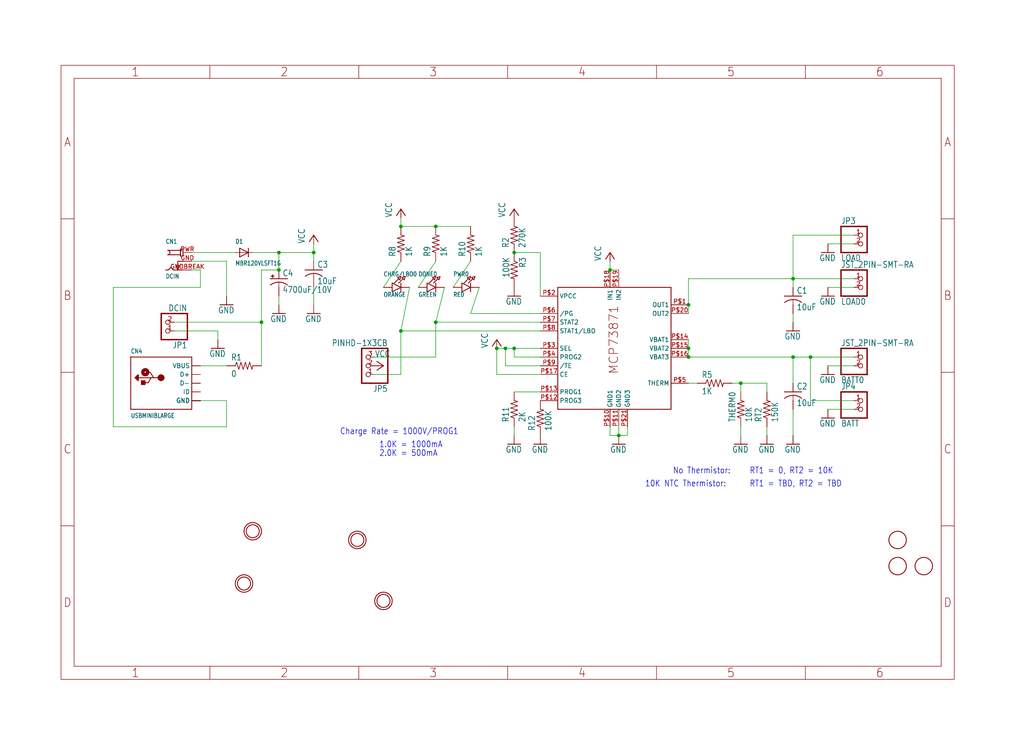
<source format=kicad_sch>
(kicad_sch (version 20211123) (generator eeschema)
  (paper "User" 298.45 217.881)
  (lib_symbols
    (symbol "eagleSchem-eagle-import:C-USC0805K"
      (property "Reference" "C" (at 1.016 0.635 0))
      (property "Value" "C-USC0805K" (at 1.016 -4.191 0))
      (symbol "C-USC0805K_1_0"
        (arc (start 0 -1.0161) (mid -1.302 -1.2303) (end -2.4668 -1.8504) (stroke (width 0.254)))
        (polyline (pts (xy -2.54 0) (xy 2.54 0)) (stroke (width 0.254)))
        (polyline (pts (xy 0 -1.016) (xy 0 -2.54)) (stroke (width 0.1524)))
        (arc (start 2.4892 -1.8542) (mid 1.3158 -1.2195) (end 0 -1) (stroke (width 0.254)))
        (pin passive line (at 0 2.54 270) (length 2.54) (name "1") (number "1"))
        (pin passive line (at 0 -5.08 90) (length 2.54) (name "2") (number "2"))
      )
    )
    (symbol "eagleSchem-eagle-import:CPOL-USE5-13"
      (property "Reference" "C" (at 1.016 0.635 0))
      (property "Value" "CPOL-USE5-13" (at 1.016 -4.191 0))
      (symbol "CPOL-USE5-13_1_0"
        (rectangle (start -2.253 0.668) (end -1.364 0.795) (fill (type outline)))
        (rectangle (start -1.872 0.287) (end -1.745 1.176) (fill (type outline)))
        (arc (start 0 -1.0161) (mid -1.3021 -1.2302) (end -2.4669 -1.8504) (stroke (width 0.254)))
        (polyline (pts (xy -2.54 0) (xy 2.54 0)) (stroke (width 0.254)))
        (polyline (pts (xy 0 -1.016) (xy 0 -2.54)) (stroke (width 0.1524)))
        (arc (start 2.4892 -1.8542) (mid 1.3158 -1.2195) (end 0 -1) (stroke (width 0.254)))
        (pin passive line (at 0 2.54 270) (length 2.54) (name "+") (number "+"))
        (pin passive line (at 0 -5.08 90) (length 2.54) (name "-") (number "-"))
      )
    )
    (symbol "eagleSchem-eagle-import:DCBARRELSMT"
      (property "Reference" "X" (at -5.08 5.08 0))
      (property "Value" "DCBARRELSMT" (at -5.08 -5.08 0))
      (symbol "DCBARRELSMT_1_0"
        (arc (start -4.445 1.905) (mid -3.81 2.54) (end -4.445 3.175) (stroke (width 0.254)))
        (polyline (pts (xy -5.08 -2.54) (xy -4.318 -2.54)) (stroke (width 0.254)))
        (polyline (pts (xy -4.318 -2.54) (xy -3.556 -1.778)) (stroke (width 0.254)))
        (polyline (pts (xy -3.556 -1.778) (xy -2.794 -2.54)) (stroke (width 0.254)))
        (polyline (pts (xy -2.032 -1.27) (xy -1.524 -1.27)) (stroke (width 0.254)))
        (polyline (pts (xy -1.524 -2.54) (xy -2.794 -2.54)) (stroke (width 0.254)))
        (polyline (pts (xy -1.524 -2.54) (xy -2.032 -1.27)) (stroke (width 0.254)))
        (polyline (pts (xy -1.524 -1.27) (xy -1.016 -1.27)) (stroke (width 0.254)))
        (polyline (pts (xy -1.524 0) (xy -1.524 -1.27)) (stroke (width 0.254)))
        (polyline (pts (xy -1.016 -1.27) (xy -1.524 -2.54)) (stroke (width 0.254)))
        (polyline (pts (xy -0.762 1.524) (xy -0.762 3.556)) (stroke (width 0.254)))
        (polyline (pts (xy -0.762 1.905) (xy -4.445 1.905)) (stroke (width 0.254)))
        (polyline (pts (xy -0.762 3.175) (xy -4.445 3.175)) (stroke (width 0.254)))
        (polyline (pts (xy -0.762 3.175) (xy -0.762 1.905)) (stroke (width 0.254)))
        (polyline (pts (xy -0.762 3.556) (xy 0 3.556)) (stroke (width 0.254)))
        (polyline (pts (xy 0 -2.54) (xy -1.524 -2.54)) (stroke (width 0.254)))
        (polyline (pts (xy 0 0) (xy -1.524 0)) (stroke (width 0.254)))
        (polyline (pts (xy 0 1.524) (xy -0.762 1.524)) (stroke (width 0.254)))
        (polyline (pts (xy 0 3.556) (xy 0 1.524)) (stroke (width 0.254)))
        (pin power_in line (at 2.54 0 180) (length 2.54) (name "GNDBREAK") (number "GND"))
        (pin power_in line (at 2.54 -2.54 180) (length 2.54) (name "GND") (number "GNDBREAK"))
        (pin power_in line (at 2.54 2.54 180) (length 2.54) (name "PWR") (number "PWR"))
      )
    )
    (symbol "eagleSchem-eagle-import:DIODESOD-123"
      (property "Reference" "D" (at -2.54 2.54 0))
      (property "Value" "DIODESOD-123" (at -2.54 -3.81 0))
      (symbol "DIODESOD-123_1_0"
        (polyline (pts (xy -1.27 -1.27) (xy 1.27 0)) (stroke (width 0.254)))
        (polyline (pts (xy -1.27 1.27) (xy -1.27 -1.27)) (stroke (width 0.254)))
        (polyline (pts (xy 1.27 0) (xy -1.27 1.27)) (stroke (width 0.254)))
        (polyline (pts (xy 1.27 0) (xy 1.27 -1.27)) (stroke (width 0.254)))
        (polyline (pts (xy 1.27 1.27) (xy 1.27 0)) (stroke (width 0.254)))
        (pin passive line (at -2.54 0 0) (length 2.54) (name "A") (number "A"))
        (pin passive line (at 2.54 0 180) (length 2.54) (name "C") (number "C"))
      )
    )
    (symbol "eagleSchem-eagle-import:FIDUCIAL"
      (symbol "FIDUCIAL_1_0"
        (circle (center 0 0) (radius 2.54) (stroke (width 0.254)))
      )
    )
    (symbol "eagleSchem-eagle-import:FRAME_A4"
      (symbol "FRAME_A4_0_0"
        (polyline (pts (xy 0 44.7675) (xy 3.81 44.7675)))
        (polyline (pts (xy 0 89.535) (xy 3.81 89.535)))
        (polyline (pts (xy 0 134.3025) (xy 3.81 134.3025)))
        (polyline (pts (xy 3.81 3.81) (xy 3.81 175.26)))
        (polyline (pts (xy 43.3917 0) (xy 43.3917 3.81)))
        (polyline (pts (xy 43.3917 175.26) (xy 43.3917 179.07)))
        (polyline (pts (xy 86.7833 0) (xy 86.7833 3.81)))
        (polyline (pts (xy 86.7833 175.26) (xy 86.7833 179.07)))
        (polyline (pts (xy 130.175 0) (xy 130.175 3.81)))
        (polyline (pts (xy 130.175 175.26) (xy 130.175 179.07)))
        (polyline (pts (xy 173.5667 0) (xy 173.5667 3.81)))
        (polyline (pts (xy 173.5667 175.26) (xy 173.5667 179.07)))
        (polyline (pts (xy 216.9583 0) (xy 216.9583 3.81)))
        (polyline (pts (xy 216.9583 175.26) (xy 216.9583 179.07)))
        (polyline (pts (xy 256.54 3.81) (xy 3.81 3.81)))
        (polyline (pts (xy 256.54 3.81) (xy 256.54 175.26)))
        (polyline (pts (xy 256.54 44.7675) (xy 260.35 44.7675)))
        (polyline (pts (xy 256.54 89.535) (xy 260.35 89.535)))
        (polyline (pts (xy 256.54 134.3025) (xy 260.35 134.3025)))
        (polyline (pts (xy 256.54 175.26) (xy 3.81 175.26)))
        (polyline (pts (xy 0 0) (xy 260.35 0) (xy 260.35 179.07) (xy 0 179.07) (xy 0 0)))
        (text "1" (at 21.6958 1.905 0) (effects (font (size 2.54 2.286))))
        (text "1" (at 21.6958 177.165 0) (effects (font (size 2.54 2.286))))
        (text "2" (at 65.0875 1.905 0) (effects (font (size 2.54 2.286))))
        (text "2" (at 65.0875 177.165 0) (effects (font (size 2.54 2.286))))
        (text "3" (at 108.4792 1.905 0) (effects (font (size 2.54 2.286))))
        (text "3" (at 108.4792 177.165 0) (effects (font (size 2.54 2.286))))
        (text "4" (at 151.8708 1.905 0) (effects (font (size 2.54 2.286))))
        (text "4" (at 151.8708 177.165 0) (effects (font (size 2.54 2.286))))
        (text "5" (at 195.2625 1.905 0) (effects (font (size 2.54 2.286))))
        (text "5" (at 195.2625 177.165 0) (effects (font (size 2.54 2.286))))
        (text "6" (at 238.6542 1.905 0) (effects (font (size 2.54 2.286))))
        (text "6" (at 238.6542 177.165 0) (effects (font (size 2.54 2.286))))
        (text "A" (at 1.905 156.6863 0) (effects (font (size 2.54 2.286))))
        (text "A" (at 258.445 156.6863 0) (effects (font (size 2.54 2.286))))
        (text "B" (at 1.905 111.9188 0) (effects (font (size 2.54 2.286))))
        (text "B" (at 258.445 111.9188 0) (effects (font (size 2.54 2.286))))
        (text "C" (at 1.905 67.1513 0) (effects (font (size 2.54 2.286))))
        (text "C" (at 258.445 67.1513 0) (effects (font (size 2.54 2.286))))
        (text "D" (at 1.905 22.3838 0) (effects (font (size 2.54 2.286))))
        (text "D" (at 258.445 22.3838 0) (effects (font (size 2.54 2.286))))
      )
      (symbol "FRAME_A4_1_0"
        (polyline (pts (xy 256.54 3.81) (xy 256.54 8.89)) (stroke (width 0.1016)))
        (polyline (pts (xy 256.54 8.89) (xy 256.54 13.97)) (stroke (width 0.1016)))
        (polyline (pts (xy 256.54 13.97) (xy 256.54 19.05)) (stroke (width 0.1016)))
        (polyline (pts (xy 256.54 19.05) (xy 256.54 36.83)) (stroke (width 0.1016)))
      )
      (symbol "FRAME_A4_2_0"
        (polyline (pts (xy 1.27 -6.35) (xy 1.27 0)) (stroke (width 0.1016)))
        (polyline (pts (xy 1.27 0) (xy 82.55 0)) (stroke (width 0.1016)))
        (polyline (pts (xy 82.55 -6.35) (xy 1.27 -6.35)) (stroke (width 0.1016)))
        (polyline (pts (xy 82.55 0) (xy 82.55 -6.35)) (stroke (width 0.1016)))
        (text "PART OR WHOLE IS STRICTLY PROHIBITED WITHOUT WRITTEN PERMISSION!" (at 3.81 -5.08 0) (effects (font (size 1.27 1.0795)) (justify left bottom)))
        (text "PROPRIETARY" (at 3.81 -10.16 0) (effects (font (size 2.54 2.159) (thickness 0.4318) bold) (justify left bottom)))
        (text "THIS DRAWING CONTAINS CONFIDENTIAL INFORMATION. ANY REPRODUCTION IN" (at 3.81 -2.794 0) (effects (font (size 1.27 1.0795)) (justify left bottom)))
      )
      (symbol "FRAME_A4_3_0"
        (polyline (pts (xy 0 1.27) (xy 20.32 1.27)) (stroke (width 0.6096)))
        (polyline (pts (xy 0 10.16) (xy 0 1.27)) (stroke (width 0.6096)))
        (polyline (pts (xy 0 10.16) (xy 20.32 10.16)) (stroke (width 0.3048)))
        (polyline (pts (xy 0 19.05) (xy 0 10.16)) (stroke (width 0.6096)))
        (polyline (pts (xy 0 19.05) (xy 20.32 19.05)) (stroke (width 0.3048)))
        (polyline (pts (xy 0 27.94) (xy 0 19.05)) (stroke (width 0.6096)))
        (polyline (pts (xy 0 27.94) (xy 20.32 27.94)) (stroke (width 0.3048)))
        (polyline (pts (xy 0 34.29) (xy 0 27.94)) (stroke (width 0.6096)))
        (polyline (pts (xy 20.32 1.27) (xy 20.32 6.35)) (stroke (width 0.3048)))
        (polyline (pts (xy 20.32 1.27) (xy 95.885 1.27)) (stroke (width 0.6096)))
        (polyline (pts (xy 20.32 6.35) (xy 20.32 10.16)) (stroke (width 0.3048)))
        (polyline (pts (xy 20.32 6.35) (xy 88.9 6.35)) (stroke (width 0.3048)))
        (polyline (pts (xy 20.32 10.16) (xy 20.32 19.05)) (stroke (width 0.3048)))
        (polyline (pts (xy 20.32 16.51) (xy 20.32 19.05)) (stroke (width 0.3048)))
        (polyline (pts (xy 20.32 19.05) (xy 20.32 27.94)) (stroke (width 0.3048)))
        (polyline (pts (xy 20.32 27.94) (xy 20.32 34.29)) (stroke (width 0.3048)))
        (polyline (pts (xy 20.32 27.94) (xy 65.0875 27.94)) (stroke (width 0.3048)))
        (polyline (pts (xy 20.32 34.29) (xy 0 34.29)) (stroke (width 0.6096)))
        (polyline (pts (xy 65.0875 27.94) (xy 106.045 27.94)) (stroke (width 0.3048)))
        (polyline (pts (xy 65.0875 34.29) (xy 20.32 34.29)) (stroke (width 0.6096)))
        (polyline (pts (xy 88.9 6.35) (xy 95.885 6.35)) (stroke (width 0.3048)))
        (polyline (pts (xy 88.9 16.51) (xy 20.32 16.51)) (stroke (width 0.3048)))
        (polyline (pts (xy 88.9 16.51) (xy 88.9 6.35)) (stroke (width 0.3048)))
        (polyline (pts (xy 95.885 1.27) (xy 121.92 1.27)) (stroke (width 0.6096)))
        (polyline (pts (xy 95.885 6.35) (xy 95.885 1.27)) (stroke (width 0.3048)))
        (polyline (pts (xy 95.885 6.35) (xy 121.92 6.35)) (stroke (width 0.3048)))
        (polyline (pts (xy 101.6 13.0175) (xy 102.5525 13.0175)) (stroke (width 0.254)))
        (polyline (pts (xy 106.045 27.94) (xy 106.045 34.29)) (stroke (width 0.3048)))
        (polyline (pts (xy 106.045 27.94) (xy 110.49 27.94)) (stroke (width 0.3048)))
        (polyline (pts (xy 106.045 34.29) (xy 65.0875 34.29)) (stroke (width 0.6096)))
        (polyline (pts (xy 110.49 16.51) (xy 88.9 16.51)) (stroke (width 0.3048)))
        (polyline (pts (xy 110.49 27.94) (xy 110.49 16.51)) (stroke (width 0.3048)))
        (polyline (pts (xy 110.49 27.94) (xy 113.03 27.94)) (stroke (width 0.3048)))
        (polyline (pts (xy 113.03 27.94) (xy 121.92 27.94)) (stroke (width 0.3048)))
        (polyline (pts (xy 113.03 34.29) (xy 106.045 34.29)) (stroke (width 0.6096)))
        (polyline (pts (xy 121.92 6.35) (xy 121.92 1.27)) (stroke (width 0.6096)))
        (polyline (pts (xy 121.92 16.51) (xy 110.49 16.51)) (stroke (width 0.3048)))
        (polyline (pts (xy 121.92 16.51) (xy 121.92 6.35)) (stroke (width 0.6096)))
        (polyline (pts (xy 121.92 27.94) (xy 121.92 16.51)) (stroke (width 0.6096)))
        (polyline (pts (xy 121.92 34.29) (xy 113.03 34.29)) (stroke (width 0.6096)))
        (polyline (pts (xy 121.92 34.29) (xy 121.92 27.94)) (stroke (width 0.6096)))
        (circle (center 109.5375 31.115) (radius 1.4199) (stroke (width 0.254)))
        (text "2013" (at 112.7125 30.1625 0) (effects (font (size 1.778 1.5113)) (justify left bottom)))
        (text ">CHECKED" (at 2.54 11.43 0) (effects (font (size 1.778 1.5113)) (justify left bottom)))
        (text ">COMPANY" (at 23.6538 29.3687 0) (effects (font (size 3.175 2.6987) (thickness 0.5397) bold) (justify left bottom)))
        (text ">DATE" (at 2.54 2.54 0) (effects (font (size 1.778 1.5113)) (justify left bottom)))
        (text ">DRAWING_NAME" (at 33.3375 2.54 0) (effects (font (size 2.54 2.159)) (justify left bottom)))
        (text ">DRAWN" (at 2.54 20.32 0) (effects (font (size 1.778 1.5113)) (justify left bottom)))
        (text ">DRGNO" (at 91.44 8.89 0) (effects (font (size 2.1844 1.8567)) (justify left bottom)))
        (text ">LAST_DATE_TIME" (at 33.02 8.89 0) (effects (font (size 2.54 2.159)) (justify left bottom)))
        (text ">REV" (at 114.3 18.415 0) (effects (font (size 3.81 3.2385)) (justify left bottom)))
        (text ">SHEET" (at 109.22 2.54 0) (effects (font (size 2.54 2.54)) (justify left bottom)))
        (text "C" (at 109.0612 30.48 0) (effects (font (size 1.27 1.0795)) (justify left bottom)))
        (text "CHECKED" (at 1.27 15.875 0) (effects (font (size 1.778 1.5113)) (justify left bottom)))
        (text "DATE" (at 1.27 6.985 0) (effects (font (size 1.778 1.5113)) (justify left bottom)))
        (text "DATE" (at 21.59 12.7 0) (effects (font (size 2.54 2.54)) (justify left bottom)))
        (text "DRAWN" (at 1.27 24.765 0) (effects (font (size 1.778 1.5113)) (justify left bottom)))
        (text "DRG" (at 90.17 12.7 0) (effects (font (size 2.54 2.54)) (justify left bottom)))
        (text "FILE:" (at 21.59 2.54 0) (effects (font (size 2.54 2.54)) (justify left bottom)))
        (text "ISSUE" (at 5.3975 30.1625 0) (effects (font (size 1.9304 1.6408)) (justify left bottom)))
        (text "N" (at 98.7425 12.7 0) (effects (font (size 2.54 2.54)) (justify left bottom)))
        (text "o" (at 101.2825 13.6525 0) (effects (font (size 2.1844 1.8567)) (justify left bottom)))
        (text "PAGE:" (at 97.155 2.54 0) (effects (font (size 2.54 2.54)) (justify left bottom)))
        (text "REV" (at 112.7125 24.13 0) (effects (font (size 2.54 2.54)) (justify left bottom)))
        (text "TITLE" (at 21.59 24.13 0) (effects (font (size 2.54 2.54)) (justify left bottom)))
      )
    )
    (symbol "eagleSchem-eagle-import:GND" (power)
      (property "Value" "GND" (at -2.54 -2.54 0))
      (symbol "GND_1_0"
        (polyline (pts (xy -1.905 0) (xy 1.905 0)) (stroke (width 0.254)))
        (pin power_in line (at 0 2.54 270) (length 2.54) (name "GND") (number "1"))
      )
    )
    (symbol "eagleSchem-eagle-import:HEADER-1X2"
      (property "Reference" "JP" (at -6.35 5.715 0))
      (property "Value" "HEADER-1X2" (at -6.35 -5.08 0))
      (symbol "HEADER-1X2_1_0"
        (polyline (pts (xy -6.35 -2.54) (xy 1.27 -2.54)) (stroke (width 0.4064)))
        (polyline (pts (xy -6.35 5.08) (xy -6.35 -2.54)) (stroke (width 0.4064)))
        (polyline (pts (xy 1.27 -2.54) (xy 1.27 5.08)) (stroke (width 0.4064)))
        (polyline (pts (xy 1.27 5.08) (xy -6.35 5.08)) (stroke (width 0.4064)))
        (pin passive inverted (at -2.54 2.54 0) (length 2.54) (name "1") (number "1"))
        (pin passive inverted (at -2.54 0 0) (length 2.54) (name "2") (number "2"))
      )
    )
    (symbol "eagleSchem-eagle-import:HEADER-1X2ROUND"
      (property "Reference" "JP" (at -6.35 5.715 0))
      (property "Value" "HEADER-1X2ROUND" (at -6.35 -5.08 0))
      (symbol "HEADER-1X2ROUND_1_0"
        (polyline (pts (xy -6.35 -2.54) (xy 1.27 -2.54)) (stroke (width 0.4064)))
        (polyline (pts (xy -6.35 5.08) (xy -6.35 -2.54)) (stroke (width 0.4064)))
        (polyline (pts (xy 1.27 -2.54) (xy 1.27 5.08)) (stroke (width 0.4064)))
        (polyline (pts (xy 1.27 5.08) (xy -6.35 5.08)) (stroke (width 0.4064)))
        (pin passive inverted (at -2.54 2.54 0) (length 2.54) (name "1") (number "1"))
        (pin passive inverted (at -2.54 0 0) (length 2.54) (name "2") (number "2"))
      )
    )
    (symbol "eagleSchem-eagle-import:JST_2PIN-SMT-RA"
      (property "Reference" "CN" (at -6.35 5.715 0))
      (property "Value" "JST_2PIN-SMT-RA" (at -6.35 -5.08 0))
      (symbol "JST_2PIN-SMT-RA_1_0"
        (polyline (pts (xy -6.35 -2.54) (xy 1.27 -2.54)) (stroke (width 0.4064)))
        (polyline (pts (xy -6.35 5.08) (xy -6.35 -2.54)) (stroke (width 0.4064)))
        (polyline (pts (xy 1.27 -2.54) (xy 1.27 5.08)) (stroke (width 0.4064)))
        (polyline (pts (xy 1.27 5.08) (xy -6.35 5.08)) (stroke (width 0.4064)))
        (pin passive inverted (at -2.54 0 0) (length 2.54) (name "2") (number "1"))
        (pin passive inverted (at -2.54 2.54 0) (length 2.54) (name "1") (number "2"))
      )
    )
    (symbol "eagleSchem-eagle-import:LED0805_NOOUTLINE"
      (property "Reference" "LED" (at -5.08 3.175 0))
      (property "Value" "LED0805_NOOUTLINE" (at -5.08 -2.794 0))
      (symbol "LED0805_NOOUTLINE_1_0"
        (polyline (pts (xy -2.54 -1.27) (xy 0 0)) (stroke (width 0.254)))
        (polyline (pts (xy -2.54 1.27) (xy -2.54 -1.27)) (stroke (width 0.254)))
        (polyline (pts (xy -1.905 1.27) (xy -0.635 2.54)) (stroke (width 0.254)))
        (polyline (pts (xy -0.9525 2.8575) (xy -0.3175 2.2225)) (stroke (width 0.254)))
        (polyline (pts (xy -0.635 1.27) (xy 0.635 2.54)) (stroke (width 0.254)))
        (polyline (pts (xy -0.3175 2.2225) (xy 0 3.175)) (stroke (width 0.254)))
        (polyline (pts (xy 0 0) (xy -2.54 1.27)) (stroke (width 0.254)))
        (polyline (pts (xy 0 0) (xy 0 -1.27)) (stroke (width 0.254)))
        (polyline (pts (xy 0 1.27) (xy 0 0)) (stroke (width 0.254)))
        (polyline (pts (xy 0 3.175) (xy -0.9525 2.8575)) (stroke (width 0.254)))
        (polyline (pts (xy 0.3175 2.8575) (xy 0.9525 2.2225)) (stroke (width 0.254)))
        (polyline (pts (xy 0.9525 2.2225) (xy 1.27 3.175)) (stroke (width 0.254)))
        (polyline (pts (xy 1.27 3.175) (xy 0.3175 2.8575)) (stroke (width 0.254)))
        (pin passive line (at -5.08 0 0) (length 2.54) (name "A") (number "A"))
        (pin passive line (at 2.54 0 180) (length 2.54) (name "C") (number "C"))
      )
    )
    (symbol "eagleSchem-eagle-import:MCP73871"
      (symbol "MCP73871_1_0"
        (polyline (pts (xy -15.24 -17.78) (xy -15.24 17.78)) (stroke (width 0.254)))
        (polyline (pts (xy -15.24 17.78) (xy 17.78 17.78)) (stroke (width 0.254)))
        (polyline (pts (xy 17.78 -17.78) (xy -15.24 -17.78)) (stroke (width 0.254)))
        (polyline (pts (xy 17.78 17.78) (xy 17.78 -17.78)) (stroke (width 0.254)))
        (text "MCP73871" (at 2.54 -7.62 900) (effects (font (size 2.54 2.54)) (justify left bottom)))
        (pin output line (at 22.86 12.7 180) (length 5.08) (name "OUT1") (number "P$1"))
        (pin power_in line (at 0 -22.86 90) (length 5.08) (name "GND1") (number "P$10"))
        (pin power_in line (at 2.54 -22.86 90) (length 5.08) (name "GND2") (number "P$11"))
        (pin input line (at -20.32 -15.24 0) (length 5.08) (name "PROG3") (number "P$12"))
        (pin input line (at -20.32 -12.7 0) (length 5.08) (name "PROG1") (number "P$13"))
        (pin output line (at 22.86 2.54 180) (length 5.08) (name "VBAT1") (number "P$14"))
        (pin output line (at 22.86 0 180) (length 5.08) (name "VBAT2") (number "P$15"))
        (pin output line (at 22.86 -2.54 180) (length 5.08) (name "VBAT3") (number "P$16"))
        (pin input line (at -20.32 -7.62 0) (length 5.08) (name "CE") (number "P$17"))
        (pin input line (at 0 22.86 270) (length 5.08) (name "IN1") (number "P$18"))
        (pin input line (at 2.54 22.86 270) (length 5.08) (name "IN2") (number "P$19"))
        (pin input line (at -20.32 15.24 0) (length 5.08) (name "VPCC") (number "P$2"))
        (pin output line (at 22.86 10.16 180) (length 5.08) (name "OUT2") (number "P$20"))
        (pin power_in line (at 5.08 -22.86 90) (length 5.08) (name "GND3") (number "P$21"))
        (pin input line (at -20.32 0 0) (length 5.08) (name "SEL") (number "P$3"))
        (pin input line (at -20.32 -2.54 0) (length 5.08) (name "PROG2") (number "P$4"))
        (pin input line (at 22.86 -10.16 180) (length 5.08) (name "THERM") (number "P$5"))
        (pin output line (at -20.32 10.16 0) (length 5.08) (name "/PG") (number "P$6"))
        (pin output line (at -20.32 7.62 0) (length 5.08) (name "STAT2") (number "P$7"))
        (pin output line (at -20.32 5.08 0) (length 5.08) (name "STAT1/LBO") (number "P$8"))
        (pin input line (at -20.32 -5.08 0) (length 5.08) (name "/TE") (number "P$9"))
      )
    )
    (symbol "eagleSchem-eagle-import:MOUNTINGHOLE2.5"
      (symbol "MOUNTINGHOLE2.5_1_0"
        (circle (center 0 0) (radius 1.905) (stroke (width 0.254)))
        (circle (center 0 0) (radius 2.54) (stroke (width 0.254)))
      )
    )
    (symbol "eagleSchem-eagle-import:PINHD-1X3CB"
      (property "Reference" "JP" (at -6.35 5.715 0))
      (property "Value" "PINHD-1X3CB" (at -6.35 -7.62 0))
      (symbol "PINHD-1X3CB_1_0"
        (polyline (pts (xy -6.35 -5.08) (xy 1.27 -5.08)) (stroke (width 0.4064)))
        (polyline (pts (xy -6.35 5.08) (xy -6.35 -5.08)) (stroke (width 0.4064)))
        (polyline (pts (xy 1.27 -5.08) (xy 1.27 5.08)) (stroke (width 0.4064)))
        (polyline (pts (xy 1.27 5.08) (xy -6.35 5.08)) (stroke (width 0.4064)))
        (pin passive inverted (at -2.54 2.54 0) (length 2.54) (name "1") (number "1"))
        (pin passive inverted (at -2.54 0 0) (length 2.54) (name "2") (number "2"))
        (pin passive inverted (at -2.54 -2.54 0) (length 2.54) (name "3") (number "3"))
      )
    )
    (symbol "eagleSchem-eagle-import:R-US_FLIPFLOP"
      (property "Reference" "R" (at -3.81 1.4986 0))
      (property "Value" "R-US_FLIPFLOP" (at -3.81 -3.302 0))
      (symbol "R-US_FLIPFLOP_1_0"
        (polyline (pts (xy -2.54 0) (xy -2.159 1.016)) (stroke (width 0.2032)))
        (polyline (pts (xy -2.159 1.016) (xy -1.524 -1.016)) (stroke (width 0.2032)))
        (polyline (pts (xy -1.524 -1.016) (xy -0.889 1.016)) (stroke (width 0.2032)))
        (polyline (pts (xy -0.889 1.016) (xy -0.254 -1.016)) (stroke (width 0.2032)))
        (polyline (pts (xy -0.254 -1.016) (xy 0.381 1.016)) (stroke (width 0.2032)))
        (polyline (pts (xy 0.381 1.016) (xy 1.016 -1.016)) (stroke (width 0.2032)))
        (polyline (pts (xy 1.016 -1.016) (xy 1.651 1.016)) (stroke (width 0.2032)))
        (polyline (pts (xy 1.651 1.016) (xy 2.286 -1.016)) (stroke (width 0.2032)))
        (polyline (pts (xy 2.286 -1.016) (xy 2.54 0)) (stroke (width 0.2032)))
        (pin passive line (at -5.08 0 0) (length 2.54) (name "1") (number "1"))
        (pin passive line (at 5.08 0 180) (length 2.54) (name "2") (number "2"))
      )
    )
    (symbol "eagleSchem-eagle-import:R-US_M0805"
      (property "Reference" "R" (at -3.81 1.4986 0))
      (property "Value" "R-US_M0805" (at -3.81 -3.302 0))
      (symbol "R-US_M0805_1_0"
        (polyline (pts (xy -2.54 0) (xy -2.159 1.016)) (stroke (width 0.2032)))
        (polyline (pts (xy -2.159 1.016) (xy -1.524 -1.016)) (stroke (width 0.2032)))
        (polyline (pts (xy -1.524 -1.016) (xy -0.889 1.016)) (stroke (width 0.2032)))
        (polyline (pts (xy -0.889 1.016) (xy -0.254 -1.016)) (stroke (width 0.2032)))
        (polyline (pts (xy -0.254 -1.016) (xy 0.381 1.016)) (stroke (width 0.2032)))
        (polyline (pts (xy 0.381 1.016) (xy 1.016 -1.016)) (stroke (width 0.2032)))
        (polyline (pts (xy 1.016 -1.016) (xy 1.651 1.016)) (stroke (width 0.2032)))
        (polyline (pts (xy 1.651 1.016) (xy 2.286 -1.016)) (stroke (width 0.2032)))
        (polyline (pts (xy 2.286 -1.016) (xy 2.54 0)) (stroke (width 0.2032)))
        (pin passive line (at -5.08 0 0) (length 2.54) (name "1") (number "1"))
        (pin passive line (at 5.08 0 180) (length 2.54) (name "2") (number "2"))
      )
    )
    (symbol "eagleSchem-eagle-import:R-US_R0805"
      (property "Reference" "R" (at -3.81 1.4986 0))
      (property "Value" "R-US_R0805" (at -3.81 -3.302 0))
      (symbol "R-US_R0805_1_0"
        (polyline (pts (xy -2.54 0) (xy -2.159 1.016)) (stroke (width 0.2032)))
        (polyline (pts (xy -2.159 1.016) (xy -1.524 -1.016)) (stroke (width 0.2032)))
        (polyline (pts (xy -1.524 -1.016) (xy -0.889 1.016)) (stroke (width 0.2032)))
        (polyline (pts (xy -0.889 1.016) (xy -0.254 -1.016)) (stroke (width 0.2032)))
        (polyline (pts (xy -0.254 -1.016) (xy 0.381 1.016)) (stroke (width 0.2032)))
        (polyline (pts (xy 0.381 1.016) (xy 1.016 -1.016)) (stroke (width 0.2032)))
        (polyline (pts (xy 1.016 -1.016) (xy 1.651 1.016)) (stroke (width 0.2032)))
        (polyline (pts (xy 1.651 1.016) (xy 2.286 -1.016)) (stroke (width 0.2032)))
        (polyline (pts (xy 2.286 -1.016) (xy 2.54 0)) (stroke (width 0.2032)))
        (pin passive line (at -5.08 0 0) (length 2.54) (name "1") (number "1"))
        (pin passive line (at 5.08 0 180) (length 2.54) (name "2") (number "2"))
      )
    )
    (symbol "eagleSchem-eagle-import:USBMINIBLARGE"
      (property "Reference" "X" (at -10.16 8.636 0))
      (property "Value" "USBMINIBLARGE" (at -10.16 -10.16 0))
      (symbol "USBMINIBLARGE_1_0"
        (rectangle (start -7.12 -0.45) (end -5.92 0.75) (fill (type outline)))
        (circle (center -5.92 3.2) (radius 0.2) (stroke (width 1)))
        (circle (center -1.32 1.6) (radius 0.5) (stroke (width 1)))
        (polyline (pts (xy -10.2 7.62) (xy -10.16 7.62)) (stroke (width 0.254)))
        (polyline (pts (xy -10.16 -7.62) (xy 7.62 -7.62)) (stroke (width 0.254)))
        (polyline (pts (xy -10.16 7.62) (xy -10.16 -7.62)) (stroke (width 0.254)))
        (polyline (pts (xy -10.16 7.62) (xy 7.62 7.62)) (stroke (width 0.254)))
        (polyline (pts (xy -8.92 1.6) (xy -8.12 2.4)) (stroke (width 0.254)))
        (polyline (pts (xy -8.52 1.4) (xy -8.32 1.2)) (stroke (width 0.254)))
        (polyline (pts (xy -8.52 1.6) (xy -8.52 1.4)) (stroke (width 0.254)))
        (polyline (pts (xy -8.32 1.2) (xy -8.32 2)) (stroke (width 0.254)))
        (polyline (pts (xy -8.32 2) (xy -8.72 1.6)) (stroke (width 0.254)))
        (polyline (pts (xy -8.12 0.8) (xy -8.92 1.6)) (stroke (width 0.254)))
        (polyline (pts (xy -8.12 1) (xy -8.12 2.4)) (stroke (width 0.254)))
        (polyline (pts (xy -8.12 2.4) (xy -7.92 2.4)) (stroke (width 0.254)))
        (polyline (pts (xy -7.92 0.8) (xy -8.12 0.8)) (stroke (width 0.254)))
        (polyline (pts (xy -7.92 1.6) (xy -7.92 0.8)) (stroke (width 0.254)))
        (polyline (pts (xy -7.92 2.4) (xy -7.92 1.6)) (stroke (width 0.254)))
        (polyline (pts (xy -6.27 0.15) (xy -5.07 0.15)) (stroke (width 0.254)))
        (polyline (pts (xy -5.52 3.2) (xy -4.52 3.2)) (stroke (width 0.254)))
        (polyline (pts (xy -5.07 0.15) (xy -4.22 1.6)) (stroke (width 0.254)))
        (polyline (pts (xy -4.52 3.2) (xy -3.47 1.6)) (stroke (width 0.254)))
        (polyline (pts (xy -4.22 1.6) (xy -7.92 1.6)) (stroke (width 0.254)))
        (polyline (pts (xy -3.47 1.6) (xy -4.22 1.6)) (stroke (width 0.254)))
        (polyline (pts (xy -1.32 1.6) (xy -3.47 1.6)) (stroke (width 0.254)))
        (polyline (pts (xy 7.62 7.62) (xy 7.62 -7.62)) (stroke (width 0.254)))
        (pin bidirectional line (at 10.16 2.54 180) (length 2.54) (name "D+") (number "D+"))
        (pin bidirectional line (at 10.16 0 180) (length 2.54) (name "D-") (number "D-"))
        (pin power_in line (at 10.16 -5.08 180) (length 2.54) (name "GND") (number "GND"))
        (pin power_in line (at 10.16 -5.08 180) (length 2.54) (name "GND") (number "GND1"))
        (pin power_in line (at 10.16 -5.08 180) (length 2.54) (name "GND") (number "GND2"))
        (pin power_in line (at 10.16 -5.08 180) (length 2.54) (name "GND") (number "GND3"))
        (pin power_in line (at 10.16 -5.08 180) (length 2.54) (name "GND") (number "GND4"))
        (pin bidirectional line (at 10.16 -2.54 180) (length 2.54) (name "ID") (number "ID"))
        (pin power_in line (at 10.16 5.08 180) (length 2.54) (name "VBUS") (number "VBUS"))
      )
    )
    (symbol "eagleSchem-eagle-import:VCC" (power)
      (property "Value" "VCC" (at -2.54 -2.54 90))
      (symbol "VCC_1_0"
        (polyline (pts (xy 0 0) (xy -1.27 -1.905)) (stroke (width 0.254)))
        (polyline (pts (xy 1.27 -1.905) (xy 0 0)) (stroke (width 0.254)))
        (pin power_in line (at 0 -2.54 90) (length 2.54) (name "VCC") (number "1"))
      )
    )
  )
  (junction (at 231.14 104.14))
  (junction (at 144.78 101.6))
  (junction (at 231.14 81.28))
  (junction (at 81.28 78.74))
  (junction (at 149.86 73.66))
  (junction (at 91.44 73.66))
  (junction (at 215.9 111.76))
  (junction (at 116.84 96.52))
  (junction (at 76.2 93.98))
  (junction (at 127 66.04))
  (junction (at 180.34 127))
  (junction (at 127 93.98))
  (junction (at 200.66 104.14))
  (junction (at 200.66 101.6))
  (junction (at 116.84 66.04))
  (junction (at 81.28 73.66))
  (junction (at 147.32 101.6))
  (junction (at 236.22 104.14))
  (junction (at 200.66 88.9))
  (junction (at 149.86 101.6))
  (junction (at 177.8 78.74))
  (wire (pts (xy 127 93.98) (xy 129.54 83.82)))
  (wire (pts (xy 147.32 106.68) (xy 147.32 101.6)))
  (wire (pts (xy 231.14 93.98) (xy 231.14 91.44)))
  (wire (pts (xy 58.42 116.84) (xy 66.04 116.84)))
  (wire (pts (xy 76.2 93.98) (xy 76.2 78.74)))
  (wire (pts (xy 223.52 111.76) (xy 223.52 114.3)))
  (wire (pts (xy 177.8 124.46) (xy 177.8 127)))
  (wire (pts (xy 91.44 83.82) (xy 91.44 88.9)))
  (wire (pts (xy 76.2 78.74) (xy 81.28 78.74)))
  (wire (pts (xy 200.66 104.14) (xy 231.14 104.14)))
  (wire (pts (xy 55.88 73.66) (xy 68.58 73.66)))
  (wire (pts (xy 132.08 83.82) (xy 137.16 76.2)))
  (wire (pts (xy 180.34 78.74) (xy 177.8 78.74)))
  (wire (pts (xy 200.66 99.06) (xy 200.66 101.6)))
  (wire (pts (xy 248.92 68.58) (xy 231.14 68.58)))
  (wire (pts (xy 157.48 101.6) (xy 149.86 101.6)))
  (wire (pts (xy 157.48 73.66) (xy 157.48 86.36)))
  (wire (pts (xy 116.84 63.5) (xy 116.84 66.04)))
  (wire (pts (xy 231.14 68.58) (xy 231.14 81.28)))
  (wire (pts (xy 116.84 76.2) (xy 111.76 83.82)))
  (wire (pts (xy 144.78 101.6) (xy 147.32 101.6)))
  (wire (pts (xy 215.9 111.76) (xy 223.52 111.76)))
  (wire (pts (xy 116.84 96.52) (xy 119.38 83.82)))
  (wire (pts (xy 127 93.98) (xy 127 104.14)))
  (wire (pts (xy 248.92 71.12) (xy 241.3 71.12)))
  (wire (pts (xy 149.86 73.66) (xy 157.48 73.66)))
  (wire (pts (xy 58.42 106.68) (xy 66.04 106.68)))
  (wire (pts (xy 33.02 124.46) (xy 33.02 83.82)))
  (wire (pts (xy 177.8 127) (xy 180.34 127)))
  (wire (pts (xy 109.22 109.22) (xy 116.84 109.22)))
  (wire (pts (xy 248.92 116.84) (xy 236.22 116.84)))
  (wire (pts (xy 200.66 111.76) (xy 203.2 111.76)))
  (wire (pts (xy 144.78 101.6) (xy 144.78 109.22)))
  (wire (pts (xy 147.32 106.68) (xy 157.48 106.68)))
  (wire (pts (xy 200.66 101.6) (xy 200.66 104.14)))
  (wire (pts (xy 157.48 96.52) (xy 116.84 96.52)))
  (wire (pts (xy 231.14 111.76) (xy 231.14 104.14)))
  (wire (pts (xy 200.66 81.28) (xy 231.14 81.28)))
  (wire (pts (xy 58.42 83.82) (xy 58.42 78.74)))
  (wire (pts (xy 248.92 119.38) (xy 241.3 119.38)))
  (wire (pts (xy 215.9 111.76) (xy 215.9 114.3)))
  (wire (pts (xy 236.22 104.14) (xy 248.92 104.14)))
  (wire (pts (xy 81.28 86.36) (xy 81.28 88.9)))
  (wire (pts (xy 66.04 76.2) (xy 66.04 86.36)))
  (wire (pts (xy 182.88 124.46) (xy 182.88 127)))
  (wire (pts (xy 144.78 109.22) (xy 157.48 109.22)))
  (wire (pts (xy 33.02 83.82) (xy 58.42 83.82)))
  (wire (pts (xy 231.14 83.82) (xy 231.14 81.28)))
  (wire (pts (xy 231.14 127) (xy 231.14 119.38)))
  (wire (pts (xy 149.86 104.14) (xy 157.48 104.14)))
  (wire (pts (xy 149.86 124.46) (xy 149.86 127)))
  (wire (pts (xy 73.66 73.66) (xy 81.28 73.66)))
  (wire (pts (xy 137.16 91.44) (xy 139.7 83.82)))
  (wire (pts (xy 236.22 116.84) (xy 236.22 104.14)))
  (wire (pts (xy 147.32 101.6) (xy 149.86 101.6)))
  (wire (pts (xy 55.88 76.2) (xy 66.04 76.2)))
  (wire (pts (xy 91.44 73.66) (xy 91.44 76.2)))
  (wire (pts (xy 157.48 93.98) (xy 127 93.98)))
  (wire (pts (xy 121.92 83.82) (xy 127 76.2)))
  (wire (pts (xy 66.04 124.46) (xy 33.02 124.46)))
  (wire (pts (xy 213.36 111.76) (xy 215.9 111.76)))
  (wire (pts (xy 63.5 96.52) (xy 63.5 99.06)))
  (wire (pts (xy 231.14 81.28) (xy 248.92 81.28)))
  (wire (pts (xy 223.52 124.46) (xy 223.52 127)))
  (wire (pts (xy 116.84 96.52) (xy 116.84 109.22)))
  (wire (pts (xy 241.3 83.82) (xy 248.92 83.82)))
  (wire (pts (xy 66.04 116.84) (xy 66.04 124.46)))
  (wire (pts (xy 81.28 73.66) (xy 81.28 78.74)))
  (wire (pts (xy 50.8 96.52) (xy 63.5 96.52)))
  (wire (pts (xy 157.48 114.3) (xy 149.86 114.3)))
  (wire (pts (xy 76.2 106.68) (xy 76.2 93.98)))
  (wire (pts (xy 127 66.04) (xy 137.16 66.04)))
  (wire (pts (xy 109.22 104.14) (xy 127 104.14)))
  (wire (pts (xy 180.34 124.46) (xy 180.34 127)))
  (wire (pts (xy 81.28 73.66) (xy 91.44 73.66)))
  (wire (pts (xy 215.9 124.46) (xy 215.9 127)))
  (wire (pts (xy 157.48 91.44) (xy 137.16 91.44)))
  (wire (pts (xy 200.66 91.44) (xy 200.66 88.9)))
  (wire (pts (xy 127 66.04) (xy 116.84 66.04)))
  (wire (pts (xy 58.42 78.74) (xy 55.88 78.74)))
  (wire (pts (xy 149.86 104.14) (xy 149.86 101.6)))
  (wire (pts (xy 231.14 104.14) (xy 236.22 104.14)))
  (wire (pts (xy 241.3 106.68) (xy 248.92 106.68)))
  (wire (pts (xy 91.44 73.66) (xy 91.44 71.12)))
  (wire (pts (xy 200.66 88.9) (xy 200.66 81.28)))
  (wire (pts (xy 177.8 76.2) (xy 177.8 78.74)))
  (wire (pts (xy 182.88 127) (xy 180.34 127)))
  (wire (pts (xy 50.8 93.98) (xy 76.2 93.98)))
  (text "10K NTC Thermistor:" (at 187.96 142.24 180) (effects (font (size 1.778 1.5113)) (justify left bottom)))
  (text "No Thermistor:" (at 196.088 138.43 180) (effects (font (size 1.778 1.5113)) (justify left bottom)))
  (text "1.0K = 1000mA" (at 110.49 130.81 180) (effects (font (size 1.778 1.5113)) (justify left bottom)))
  (text "RT1 = TBD, RT2 = TBD" (at 218.44 142.24 180) (effects (font (size 1.778 1.5113)) (justify left bottom)))
  (text "RT1 = 0, RT2 = 10K" (at 218.44 138.43 180) (effects (font (size 1.778 1.5113)) (justify left bottom)))
  (text "Charge Rate = 1000V/PROG1" (at 99.06 127 180) (effects (font (size 1.778 1.5113)) (justify left bottom)))
  (text "2.0K = 500mA" (at 110.49 133.35 180) (effects (font (size 1.778 1.5113)) (justify left bottom)))
  (symbol (lib_id "eagleSchem-eagle-import:GND") (at 231.14 96.52 0) (unit 1)
    (property "Reference" "#GND5" (effects hide))
    (property "Value" "GND" (at 228.6 99.06 0) (effects (font (size 1.778 1.5113)) (justify left bottom)))
    (property "Footprint" "eagleSchem:" (effects hide))
  )
  (symbol (lib_id "eagleSchem-eagle-import:MOUNTINGHOLE2.5") (at 71.12 170.18 0) (unit 1)
    (property "Reference" "U$6" (effects hide))
    (property "Value" "MOUNTINGHOLE2.5" (effects hide))
    (property "Footprint" "eagleSchem:MOUNTINGHOLE_2.5_PLATED" (effects hide))
  )
  (symbol (lib_id "eagleSchem-eagle-import:JST_2PIN-SMT-RA") (at 251.46 81.28 0) (mirror x) (unit 1)
    (property "Reference" "LOAD0" (at 245.11 86.995 0) (effects (font (size 1.778 1.5113)) (justify left bottom)))
    (property "Value" "JST_2PIN-SMT-RA" (at 245.11 76.2 0) (effects (font (size 1.778 1.5113)) (justify left bottom)))
    (property "Footprint" "eagleSchem:JST-PH-2-SMT-RA" (effects hide))
  )
  (symbol (lib_id "eagleSchem-eagle-import:FIDUCIAL") (at 261.62 157.48 0) (unit 1)
    (property "Reference" "U$8" (effects hide))
    (property "Value" "FIDUCIAL" (effects hide))
    (property "Footprint" "eagleSchem:FIDUCIAL_1MM" (effects hide))
  )
  (symbol (lib_id "eagleSchem-eagle-import:GND") (at 157.48 129.54 0) (unit 1)
    (property "Reference" "#GND10" (effects hide))
    (property "Value" "GND" (at 154.94 132.08 0) (effects (font (size 1.778 1.5113)) (justify left bottom)))
    (property "Footprint" "eagleSchem:" (effects hide))
  )
  (symbol (lib_id "eagleSchem-eagle-import:R-US_M0805") (at 208.28 111.76 0) (unit 1)
    (property "Reference" "R5" (at 204.47 110.2614 0) (effects (font (size 1.778 1.5113)) (justify left bottom)))
    (property "Value" "1K" (at 204.47 115.062 0) (effects (font (size 1.778 1.5113)) (justify left bottom)))
    (property "Footprint" "eagleSchem:M0805" (effects hide))
  )
  (symbol (lib_id "eagleSchem-eagle-import:C-USC0805K") (at 231.14 114.3 0) (unit 1)
    (property "Reference" "C2" (at 232.156 113.665 0) (effects (font (size 1.778 1.5113)) (justify left bottom)))
    (property "Value" "10uF" (at 232.156 118.491 0) (effects (font (size 1.778 1.5113)) (justify left bottom)))
    (property "Footprint" "eagleSchem:C0805K" (effects hide))
  )
  (symbol (lib_id "eagleSchem-eagle-import:CPOL-USE5-13") (at 81.28 81.28 0) (unit 1)
    (property "Reference" "C4" (at 82.296 80.645 0) (effects (font (size 1.778 1.5113)) (justify left bottom)))
    (property "Value" "4700uF/10V" (at 82.296 85.471 0) (effects (font (size 1.778 1.5113)) (justify left bottom)))
    (property "Footprint" "eagleSchem:E5-13" (effects hide))
  )
  (symbol (lib_id "eagleSchem-eagle-import:R-US_R0805") (at 127 71.12 90) (unit 1)
    (property "Reference" "R9" (at 125.5014 74.93 0) (effects (font (size 1.778 1.5113)) (justify left bottom)))
    (property "Value" "1K" (at 130.302 74.93 0) (effects (font (size 1.778 1.5113)) (justify left bottom)))
    (property "Footprint" "eagleSchem:R0805" (effects hide))
  )
  (symbol (lib_id "eagleSchem-eagle-import:HEADER-1X2ROUND") (at 251.46 71.12 0) (unit 1)
    (property "Reference" "JP3" (at 245.11 65.405 0) (effects (font (size 1.778 1.5113)) (justify left bottom)))
    (property "Value" "LOAD" (at 245.11 76.2 0) (effects (font (size 1.778 1.5113)) (justify left bottom)))
    (property "Footprint" "eagleSchem:1X02_ROUND" (effects hide))
  )
  (symbol (lib_id "eagleSchem-eagle-import:PINHD-1X3CB") (at 106.68 106.68 180) (unit 1)
    (property "Reference" "JP5" (at 113.03 112.395 0) (effects (font (size 1.778 1.5113)) (justify left bottom)))
    (property "Value" "PINHD-1X3CB" (at 113.03 99.06 0) (effects (font (size 1.778 1.5113)) (justify left bottom)))
    (property "Footprint" "eagleSchem:1X03-CLEANBIG" (effects hide))
  )
  (symbol (lib_id "eagleSchem-eagle-import:R-US_FLIPFLOP") (at 149.86 119.38 90) (unit 1)
    (property "Reference" "R11" (at 148.3614 123.19 0) (effects (font (size 1.778 1.5113)) (justify left bottom)))
    (property "Value" "2K" (at 153.162 123.19 0) (effects (font (size 1.778 1.5113)) (justify left bottom)))
    (property "Footprint" "eagleSchem:0805-THM" (effects hide))
  )
  (symbol (lib_id "eagleSchem-eagle-import:GND") (at 241.3 121.92 0) (unit 1)
    (property "Reference" "#GND16" (effects hide))
    (property "Value" "GND" (at 238.76 124.46 0) (effects (font (size 1.778 1.5113)) (justify left bottom)))
    (property "Footprint" "eagleSchem:" (effects hide))
  )
  (symbol (lib_id "eagleSchem-eagle-import:C-USC0805K") (at 91.44 78.74 0) (unit 1)
    (property "Reference" "C3" (at 92.456 78.105 0) (effects (font (size 1.778 1.5113)) (justify left bottom)))
    (property "Value" "10uF" (at 92.456 82.931 0) (effects (font (size 1.778 1.5113)) (justify left bottom)))
    (property "Footprint" "eagleSchem:C0805K" (effects hide))
  )
  (symbol (lib_id "eagleSchem-eagle-import:MOUNTINGHOLE2.5") (at 104.14 157.48 0) (unit 1)
    (property "Reference" "U$5" (effects hide))
    (property "Value" "MOUNTINGHOLE2.5" (effects hide))
    (property "Footprint" "eagleSchem:MOUNTINGHOLE_2.5_PLATED" (effects hide))
  )
  (symbol (lib_id "eagleSchem-eagle-import:R-US_R0805") (at 137.16 71.12 90) (unit 1)
    (property "Reference" "R10" (at 135.6614 74.93 0) (effects (font (size 1.778 1.5113)) (justify left bottom)))
    (property "Value" "1K" (at 140.462 74.93 0) (effects (font (size 1.778 1.5113)) (justify left bottom)))
    (property "Footprint" "eagleSchem:R0805" (effects hide))
  )
  (symbol (lib_id "eagleSchem-eagle-import:GND") (at 241.3 73.66 0) (unit 1)
    (property "Reference" "#GND17" (effects hide))
    (property "Value" "GND" (at 238.76 76.2 0) (effects (font (size 1.778 1.5113)) (justify left bottom)))
    (property "Footprint" "eagleSchem:" (effects hide))
  )
  (symbol (lib_id "eagleSchem-eagle-import:VCC") (at 91.44 68.58 0) (unit 1)
    (property "Reference" "#P+5" (effects hide))
    (property "Value" "VCC" (at 88.9 71.12 90) (effects (font (size 1.778 1.5113)) (justify left bottom)))
    (property "Footprint" "eagleSchem:" (effects hide))
  )
  (symbol (lib_id "eagleSchem-eagle-import:VCC") (at 149.86 60.96 0) (unit 1)
    (property "Reference" "#P+2" (effects hide))
    (property "Value" "VCC" (at 147.32 63.5 90) (effects (font (size 1.778 1.5113)) (justify left bottom)))
    (property "Footprint" "eagleSchem:" (effects hide))
  )
  (symbol (lib_id "eagleSchem-eagle-import:HEADER-1X2ROUND") (at 251.46 119.38 0) (unit 1)
    (property "Reference" "JP4" (at 245.11 113.665 0) (effects (font (size 1.778 1.5113)) (justify left bottom)))
    (property "Value" "BATT" (at 245.11 124.46 0) (effects (font (size 1.778 1.5113)) (justify left bottom)))
    (property "Footprint" "eagleSchem:1X02_ROUND" (effects hide))
  )
  (symbol (lib_id "eagleSchem-eagle-import:GND") (at 241.3 109.22 0) (unit 1)
    (property "Reference" "#GND6" (effects hide))
    (property "Value" "GND" (at 238.76 111.76 0) (effects (font (size 1.778 1.5113)) (justify left bottom)))
    (property "Footprint" "eagleSchem:" (effects hide))
  )
  (symbol (lib_id "eagleSchem-eagle-import:DIODESOD-123") (at 71.12 73.66 0) (unit 1)
    (property "Reference" "D1" (at 68.58 71.12 0) (effects (font (size 1.27 1.0795)) (justify left bottom)))
    (property "Value" "MBR120VLSFT1G" (at 68.58 77.47 0) (effects (font (size 1.27 1.0795)) (justify left bottom)))
    (property "Footprint" "eagleSchem:SOD-123" (effects hide))
  )
  (symbol (lib_id "eagleSchem-eagle-import:GND") (at 63.5 101.6 0) (unit 1)
    (property "Reference" "#GND8" (effects hide))
    (property "Value" "GND" (at 60.96 104.14 0) (effects (font (size 1.778 1.5113)) (justify left bottom)))
    (property "Footprint" "eagleSchem:" (effects hide))
  )
  (symbol (lib_id "eagleSchem-eagle-import:C-USC0805K") (at 231.14 86.36 0) (unit 1)
    (property "Reference" "C1" (at 232.156 85.725 0) (effects (font (size 1.778 1.5113)) (justify left bottom)))
    (property "Value" "10uF" (at 232.156 90.551 0) (effects (font (size 1.778 1.5113)) (justify left bottom)))
    (property "Footprint" "eagleSchem:C0805K" (effects hide))
  )
  (symbol (lib_id "eagleSchem-eagle-import:GND") (at 81.28 91.44 0) (unit 1)
    (property "Reference" "#GND13" (effects hide))
    (property "Value" "GND" (at 78.74 93.98 0) (effects (font (size 1.778 1.5113)) (justify left bottom)))
    (property "Footprint" "eagleSchem:" (effects hide))
  )
  (symbol (lib_id "eagleSchem-eagle-import:VCC") (at 116.84 60.96 0) (unit 1)
    (property "Reference" "#P+4" (effects hide))
    (property "Value" "VCC" (at 114.3 63.5 90) (effects (font (size 1.778 1.5113)) (justify left bottom)))
    (property "Footprint" "eagleSchem:" (effects hide))
  )
  (symbol (lib_id "eagleSchem-eagle-import:LED0805_NOOUTLINE") (at 127 83.82 0) (unit 1)
    (property "Reference" "DONE0" (at 121.92 80.645 0) (effects (font (size 1.27 1.0795)) (justify left bottom)))
    (property "Value" "GREEN" (at 121.92 86.614 0) (effects (font (size 1.27 1.0795)) (justify left bottom)))
    (property "Footprint" "eagleSchem:CHIPLED_0805_NOOUTLINE" (effects hide))
  )
  (symbol (lib_id "eagleSchem-eagle-import:R-US_FLIPFLOP") (at 215.9 119.38 90) (unit 1)
    (property "Reference" "THERM0" (at 214.4014 123.19 0) (effects (font (size 1.778 1.5113)) (justify left bottom)))
    (property "Value" "10K" (at 219.202 123.19 0) (effects (font (size 1.778 1.5113)) (justify left bottom)))
    (property "Footprint" "eagleSchem:0805-THM" (effects hide))
  )
  (symbol (lib_id "eagleSchem-eagle-import:R-US_R0805") (at 149.86 78.74 270) (unit 1)
    (property "Reference" "R3" (at 151.3586 74.93 0) (effects (font (size 1.778 1.5113)) (justify left bottom)))
    (property "Value" "100K" (at 146.558 74.93 0) (effects (font (size 1.778 1.5113)) (justify left bottom)))
    (property "Footprint" "eagleSchem:R0805" (effects hide))
  )
  (symbol (lib_id "eagleSchem-eagle-import:FIDUCIAL") (at 261.62 165.1 0) (unit 1)
    (property "Reference" "U$3" (effects hide))
    (property "Value" "FIDUCIAL" (effects hide))
    (property "Footprint" "eagleSchem:FIDUCIAL_1MM" (effects hide))
  )
  (symbol (lib_id "eagleSchem-eagle-import:GND") (at 91.44 91.44 0) (unit 1)
    (property "Reference" "#GND14" (effects hide))
    (property "Value" "GND" (at 88.9 93.98 0) (effects (font (size 1.778 1.5113)) (justify left bottom)))
    (property "Footprint" "eagleSchem:" (effects hide))
  )
  (symbol (lib_id "eagleSchem-eagle-import:R-US_R0805") (at 149.86 68.58 90) (unit 1)
    (property "Reference" "R2" (at 148.3614 72.39 0) (effects (font (size 1.778 1.5113)) (justify left bottom)))
    (property "Value" "270K" (at 153.162 72.39 0) (effects (font (size 1.778 1.5113)) (justify left bottom)))
    (property "Footprint" "eagleSchem:R0805" (effects hide))
  )
  (symbol (lib_id "eagleSchem-eagle-import:JST_2PIN-SMT-RA") (at 251.46 104.14 0) (mirror x) (unit 1)
    (property "Reference" "BATT0" (at 245.11 109.855 0) (effects (font (size 1.778 1.5113)) (justify left bottom)))
    (property "Value" "JST_2PIN-SMT-RA" (at 245.11 99.06 0) (effects (font (size 1.778 1.5113)) (justify left bottom)))
    (property "Footprint" "eagleSchem:JST-PH-2-SMT-RA" (effects hide))
  )
  (symbol (lib_id "eagleSchem-eagle-import:GND") (at 231.14 129.54 0) (unit 1)
    (property "Reference" "#GND4" (effects hide))
    (property "Value" "GND" (at 228.6 132.08 0) (effects (font (size 1.778 1.5113)) (justify left bottom)))
    (property "Footprint" "eagleSchem:" (effects hide))
  )
  (symbol (lib_id "eagleSchem-eagle-import:GND") (at 149.86 86.36 0) (unit 1)
    (property "Reference" "#GND2" (effects hide))
    (property "Value" "GND" (at 147.32 88.9 0) (effects (font (size 1.778 1.5113)) (justify left bottom)))
    (property "Footprint" "eagleSchem:" (effects hide))
  )
  (symbol (lib_id "eagleSchem-eagle-import:USBMINIBLARGE") (at 48.26 111.76 0) (unit 1)
    (property "Reference" "CN4" (at 38.1 103.124 0) (effects (font (size 1.27 1.0795)) (justify left bottom)))
    (property "Value" "USBMINIBLARGE" (at 38.1 121.92 0) (effects (font (size 1.27 1.0795)) (justify left bottom)))
    (property "Footprint" "eagleSchem:USB-MINIB_LARGER" (effects hide))
  )
  (symbol (lib_id "eagleSchem-eagle-import:R-US_R0805") (at 157.48 121.92 90) (unit 1)
    (property "Reference" "R12" (at 155.9814 125.73 0) (effects (font (size 1.778 1.5113)) (justify left bottom)))
    (property "Value" "100K" (at 160.782 125.73 0) (effects (font (size 1.778 1.5113)) (justify left bottom)))
    (property "Footprint" "eagleSchem:R0805" (effects hide))
  )
  (symbol (lib_id "eagleSchem-eagle-import:R-US_R0805") (at 71.12 106.68 0) (unit 1)
    (property "Reference" "R1" (at 67.31 105.1814 0) (effects (font (size 1.778 1.5113)) (justify left bottom)))
    (property "Value" "0" (at 67.31 109.982 0) (effects (font (size 1.778 1.5113)) (justify left bottom)))
    (property "Footprint" "eagleSchem:R0805" (effects hide))
  )
  (symbol (lib_id "eagleSchem-eagle-import:VCC") (at 111.76 106.68 270) (unit 1)
    (property "Reference" "#P+6" (effects hide))
    (property "Value" "VCC" (at 109.22 104.14 90) (effects (font (size 1.778 1.5113)) (justify left bottom)))
    (property "Footprint" "eagleSchem:" (effects hide))
  )
  (symbol (lib_id "eagleSchem-eagle-import:R-US_M0805") (at 223.52 119.38 90) (unit 1)
    (property "Reference" "RT2" (at 222.0214 123.19 0) (effects (font (size 1.778 1.5113)) (justify left bottom)))
    (property "Value" "150K" (at 226.822 123.19 0) (effects (font (size 1.778 1.5113)) (justify left bottom)))
    (property "Footprint" "eagleSchem:M0805" (effects hide))
  )
  (symbol (lib_id "eagleSchem-eagle-import:HEADER-1X2") (at 48.26 93.98 180) (unit 1)
    (property "Reference" "JP1" (at 54.61 99.695 0) (effects (font (size 1.778 1.5113)) (justify left bottom)))
    (property "Value" "DCIN" (at 54.61 88.9 0) (effects (font (size 1.778 1.5113)) (justify left bottom)))
    (property "Footprint" "eagleSchem:1X02_OVAL" (effects hide))
  )
  (symbol (lib_id "eagleSchem-eagle-import:GND") (at 180.34 129.54 0) (unit 1)
    (property "Reference" "#GND1" (effects hide))
    (property "Value" "GND" (at 177.8 132.08 0) (effects (font (size 1.778 1.5113)) (justify left bottom)))
    (property "Footprint" "eagleSchem:" (effects hide))
  )
  (symbol (lib_id "eagleSchem-eagle-import:FIDUCIAL") (at 269.24 165.1 0) (unit 1)
    (property "Reference" "U$2" (effects hide))
    (property "Value" "FIDUCIAL" (effects hide))
    (property "Footprint" "eagleSchem:FIDUCIAL_1MM" (effects hide))
  )
  (symbol (lib_id "eagleSchem-eagle-import:LED0805_NOOUTLINE") (at 116.84 83.82 0) (unit 1)
    (property "Reference" "CHRG/LBO0" (at 111.76 80.645 0) (effects (font (size 1.27 1.0795)) (justify left bottom)))
    (property "Value" "ORANGE" (at 111.76 86.614 0) (effects (font (size 1.27 1.0795)) (justify left bottom)))
    (property "Footprint" "eagleSchem:CHIPLED_0805_NOOUTLINE" (effects hide))
  )
  (symbol (lib_id "eagleSchem-eagle-import:GND") (at 66.04 88.9 0) (unit 1)
    (property "Reference" "#GND9" (effects hide))
    (property "Value" "GND" (at 63.5 91.44 0) (effects (font (size 1.778 1.5113)) (justify left bottom)))
    (property "Footprint" "eagleSchem:" (effects hide))
  )
  (symbol (lib_id "eagleSchem-eagle-import:LED0805_NOOUTLINE") (at 137.16 83.82 0) (unit 1)
    (property "Reference" "PWR0" (at 132.08 80.645 0) (effects (font (size 1.27 1.0795)) (justify left bottom)))
    (property "Value" "RED" (at 132.08 86.614 0) (effects (font (size 1.27 1.0795)) (justify left bottom)))
    (property "Footprint" "eagleSchem:CHIPLED_0805_NOOUTLINE" (effects hide))
  )
  (symbol (lib_id "eagleSchem-eagle-import:DCBARRELSMT") (at 53.34 76.2 0) (unit 1)
    (property "Reference" "CN1" (at 48.26 71.12 0) (effects (font (size 1.27 1.0795)) (justify left bottom)))
    (property "Value" "DCIN" (at 48.26 81.28 0) (effects (font (size 1.27 1.0795)) (justify left bottom)))
    (property "Footprint" "eagleSchem:DCJACK_2MM_SMT" (effects hide))
  )
  (symbol (lib_id "eagleSchem-eagle-import:GND") (at 241.3 86.36 0) (unit 1)
    (property "Reference" "#GND7" (effects hide))
    (property "Value" "GND" (at 238.76 88.9 0) (effects (font (size 1.778 1.5113)) (justify left bottom)))
    (property "Footprint" "eagleSchem:" (effects hide))
  )
  (symbol (lib_id "eagleSchem-eagle-import:VCC") (at 177.8 73.66 0) (unit 1)
    (property "Reference" "#P+1" (effects hide))
    (property "Value" "VCC" (at 175.26 76.2 90) (effects (font (size 1.778 1.5113)) (justify left bottom)))
    (property "Footprint" "eagleSchem:" (effects hide))
  )
  (symbol (lib_id "eagleSchem-eagle-import:FRAME_A4") (at 17.78 198.12 0) (unit 1)
    (property "Reference" "#FRAME1" (effects hide))
    (property "Value" "FRAME_A4" (effects hide))
    (property "Footprint" "eagleSchem:" (effects hide))
  )
  (symbol (lib_id "eagleSchem-eagle-import:GND") (at 215.9 129.54 0) (unit 1)
    (property "Reference" "#GND15" (effects hide))
    (property "Value" "GND" (at 213.36 132.08 0) (effects (font (size 1.778 1.5113)) (justify left bottom)))
    (property "Footprint" "eagleSchem:" (effects hide))
  )
  (symbol (lib_id "eagleSchem-eagle-import:R-US_R0805") (at 116.84 71.12 90) (unit 1)
    (property "Reference" "R8" (at 115.3414 74.93 0) (effects (font (size 1.778 1.5113)) (justify left bottom)))
    (property "Value" "1K" (at 120.142 74.93 0) (effects (font (size 1.778 1.5113)) (justify left bottom)))
    (property "Footprint" "eagleSchem:R0805" (effects hide))
  )
  (symbol (lib_id "eagleSchem-eagle-import:MOUNTINGHOLE2.5") (at 111.76 175.26 0) (unit 1)
    (property "Reference" "U$7" (effects hide))
    (property "Value" "MOUNTINGHOLE2.5" (effects hide))
    (property "Footprint" "eagleSchem:MOUNTINGHOLE_2.5_PLATED" (effects hide))
  )
  (symbol (lib_id "eagleSchem-eagle-import:GND") (at 223.52 129.54 0) (unit 1)
    (property "Reference" "#GND3" (effects hide))
    (property "Value" "GND" (at 220.98 132.08 0) (effects (font (size 1.778 1.5113)) (justify left bottom)))
    (property "Footprint" "eagleSchem:" (effects hide))
  )
  (symbol (lib_id "eagleSchem-eagle-import:MCP73871") (at 177.8 101.6 0) (unit 1)
    (property "Reference" "IC1" (effects hide))
    (property "Value" "MCP73871" (effects hide))
    (property "Footprint" "eagleSchem:QFN20_4MM" (effects hide))
  )
  (symbol (lib_id "eagleSchem-eagle-import:VCC") (at 144.78 99.06 0) (unit 1)
    (property "Reference" "#P+3" (effects hide))
    (property "Value" "VCC" (at 142.24 101.6 90) (effects (font (size 1.778 1.5113)) (justify left bottom)))
    (property "Footprint" "eagleSchem:" (effects hide))
  )
  (symbol (lib_id "eagleSchem-eagle-import:MOUNTINGHOLE2.5") (at 73.66 154.94 0) (unit 1)
    (property "Reference" "U$4" (effects hide))
    (property "Value" "MOUNTINGHOLE2.5" (effects hide))
    (property "Footprint" "eagleSchem:MOUNTINGHOLE_2.5_PLATED" (effects hide))
  )
  (symbol (lib_id "eagleSchem-eagle-import:GND") (at 149.86 129.54 0) (unit 1)
    (property "Reference" "#GND11" (effects hide))
    (property "Value" "GND" (at 147.32 132.08 0) (effects (font (size 1.778 1.5113)) (justify left bottom)))
    (property "Footprint" "eagleSchem:" (effects hide))
  )
)
</source>
